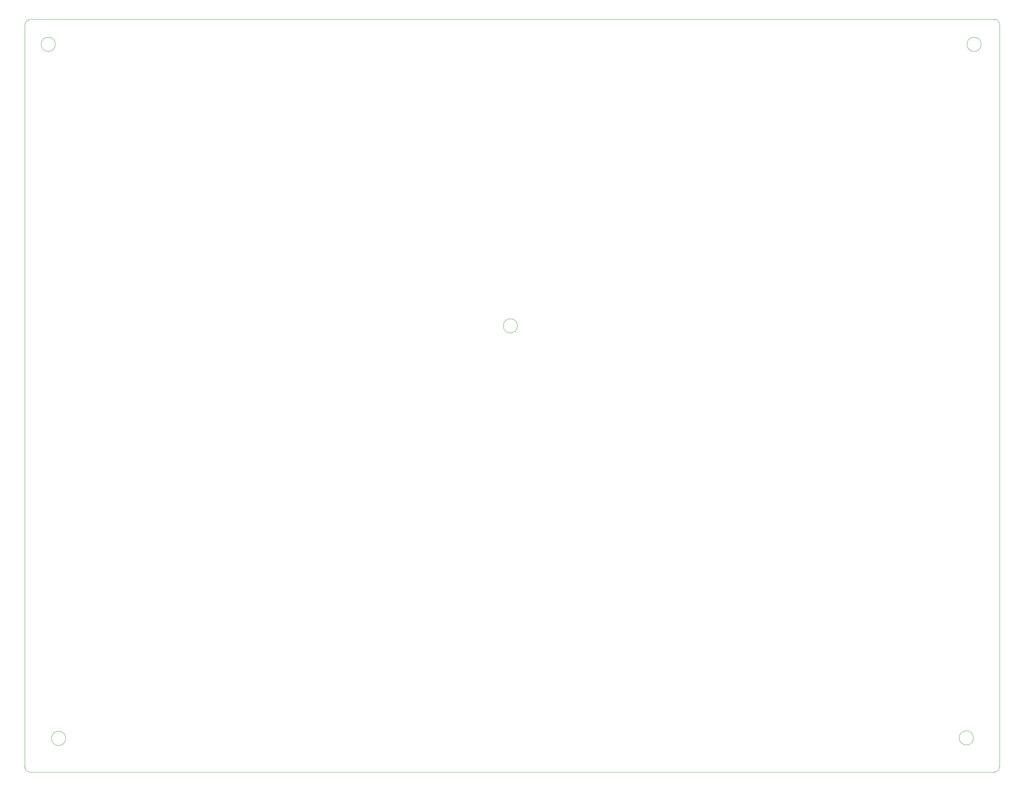
<source format=gm1>
%TF.GenerationSoftware,KiCad,Pcbnew,7.0.7*%
%TF.CreationDate,2024-03-04T21:22:26-05:00*%
%TF.ProjectId,AngelsBox_PCB,416e6765-6c73-4426-9f78-5f5043422e6b,rev?*%
%TF.SameCoordinates,Original*%
%TF.FileFunction,Profile,NP*%
%FSLAX46Y46*%
G04 Gerber Fmt 4.6, Leading zero omitted, Abs format (unit mm)*
G04 Created by KiCad (PCBNEW 7.0.7) date 2024-03-04 21:22:26*
%MOMM*%
%LPD*%
G01*
G04 APERTURE LIST*
%TA.AperFunction,Profile*%
%ADD10C,0.100000*%
%TD*%
G04 APERTURE END LIST*
D10*
X112911025Y-45234664D02*
X349805000Y-45226000D01*
X349805000Y-230646000D02*
G75*
G03*
X351075000Y-229376000I0J1270000D01*
G01*
X351075000Y-46496000D02*
X351075000Y-229376000D01*
X111045000Y-229376000D02*
G75*
G03*
X112315000Y-230646000I1270000J0D01*
G01*
X111045000Y-229376000D02*
X111022708Y-46830609D01*
X349805000Y-230646000D02*
X112315000Y-230646000D01*
X121130000Y-222377000D02*
G75*
G03*
X121130000Y-222377000I-1750000J0D01*
G01*
X232382000Y-120777000D02*
G75*
G03*
X232382000Y-120777000I-1750000J0D01*
G01*
X344650000Y-222250000D02*
G75*
G03*
X344650000Y-222250000I-1750000J0D01*
G01*
X112911021Y-45234711D02*
G75*
G03*
X111022708Y-46830609I-146221J-1742089D01*
G01*
X118590000Y-51435000D02*
G75*
G03*
X118590000Y-51435000I-1750000J0D01*
G01*
X346555000Y-51435000D02*
G75*
G03*
X346555000Y-51435000I-1750000J0D01*
G01*
X351075000Y-46496000D02*
G75*
G03*
X349805000Y-45226000I-1270000J0D01*
G01*
M02*

</source>
